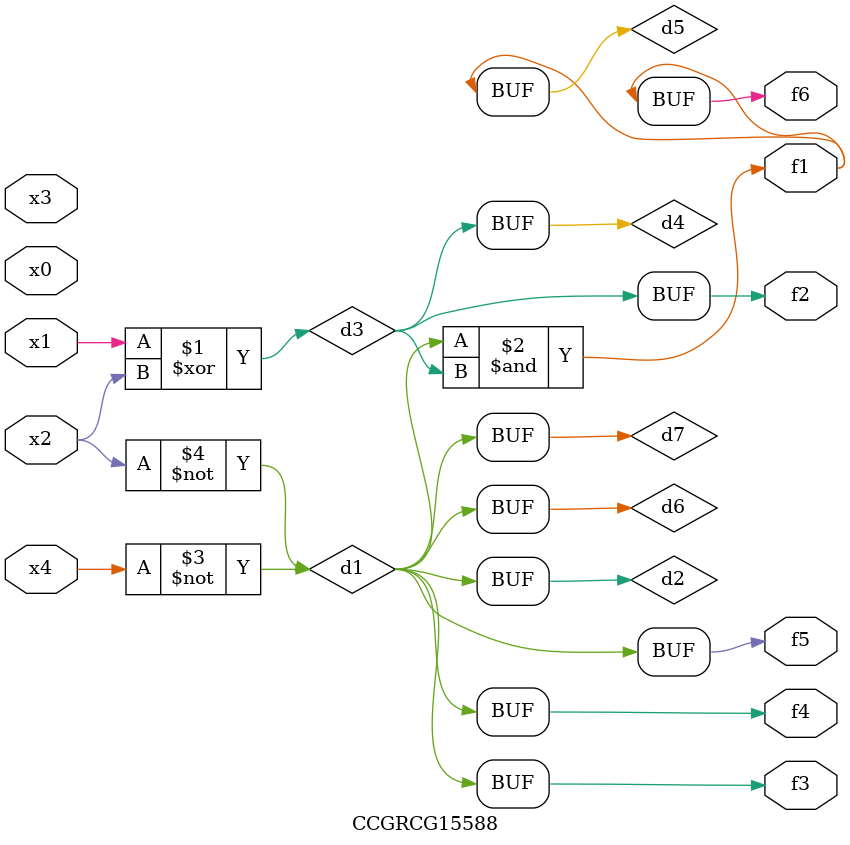
<source format=v>
module CCGRCG15588(
	input x0, x1, x2, x3, x4,
	output f1, f2, f3, f4, f5, f6
);

	wire d1, d2, d3, d4, d5, d6, d7;

	not (d1, x4);
	not (d2, x2);
	xor (d3, x1, x2);
	buf (d4, d3);
	and (d5, d1, d3);
	buf (d6, d1, d2);
	buf (d7, d2);
	assign f1 = d5;
	assign f2 = d4;
	assign f3 = d7;
	assign f4 = d7;
	assign f5 = d7;
	assign f6 = d5;
endmodule

</source>
